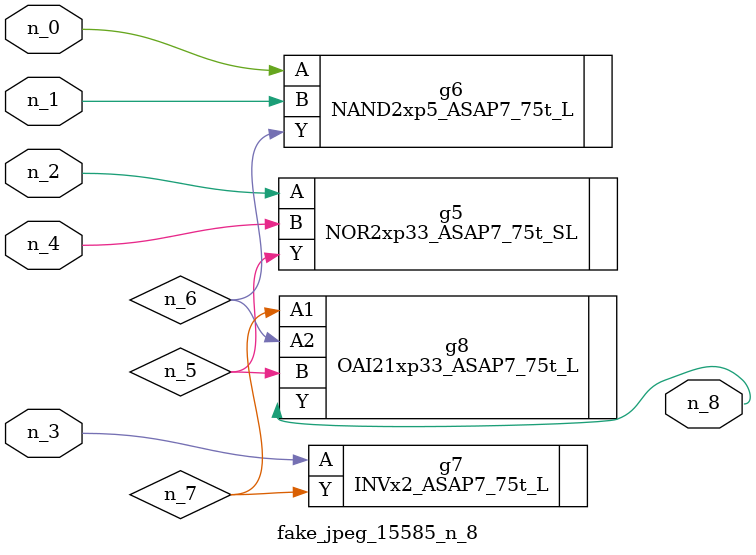
<source format=v>
module fake_jpeg_15585_n_8 (n_3, n_2, n_1, n_0, n_4, n_8);

input n_3;
input n_2;
input n_1;
input n_0;
input n_4;

output n_8;

wire n_6;
wire n_5;
wire n_7;

NOR2xp33_ASAP7_75t_SL g5 ( 
.A(n_2),
.B(n_4),
.Y(n_5)
);

NAND2xp5_ASAP7_75t_L g6 ( 
.A(n_0),
.B(n_1),
.Y(n_6)
);

INVx2_ASAP7_75t_L g7 ( 
.A(n_3),
.Y(n_7)
);

OAI21xp33_ASAP7_75t_L g8 ( 
.A1(n_7),
.A2(n_6),
.B(n_5),
.Y(n_8)
);


endmodule
</source>
